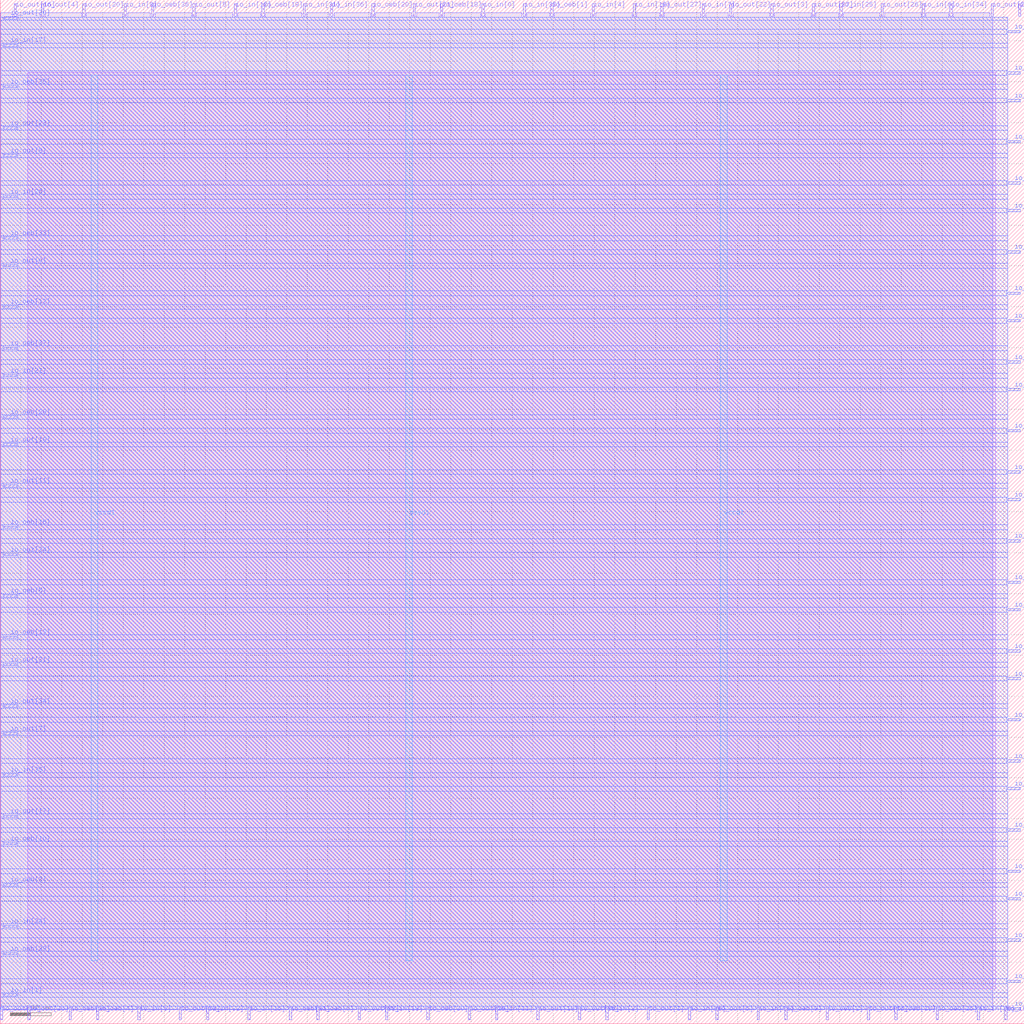
<source format=lef>
VERSION 5.7 ;
  NOWIREEXTENSIONATPIN ON ;
  DIVIDERCHAR "/" ;
  BUSBITCHARS "[]" ;
MACRO tiny_user_project
  CLASS BLOCK ;
  FOREIGN tiny_user_project ;
  ORIGIN 0.000 0.000 ;
  SIZE 250.000 BY 250.000 ;
  PIN io_in[0]
    DIRECTION INPUT ;
    USE SIGNAL ;
    PORT
      LAYER Metal2 ;
        RECT 117.600 246.000 118.160 249.000 ;
    END
  END io_in[0]
  PIN io_in[10]
    DIRECTION INPUT ;
    USE SIGNAL ;
    PORT
      LAYER Metal2 ;
        RECT 248.640 246.000 249.200 249.000 ;
    END
  END io_in[10]
  PIN io_in[11]
    DIRECTION INPUT ;
    USE SIGNAL ;
    PORT
      LAYER Metal2 ;
        RECT 120.960 1.000 121.520 4.000 ;
    END
  END io_in[11]
  PIN io_in[12]
    DIRECTION INPUT ;
    USE SIGNAL ;
    PORT
      LAYER Metal2 ;
        RECT 57.120 246.000 57.680 249.000 ;
    END
  END io_in[12]
  PIN io_in[13]
    DIRECTION INPUT ;
    USE SIGNAL ;
    PORT
      LAYER Metal2 ;
        RECT 245.280 1.000 245.840 4.000 ;
    END
  END io_in[13]
  PIN io_in[14]
    DIRECTION INPUT ;
    USE SIGNAL ;
    PORT
      LAYER Metal3 ;
        RECT 246.000 215.040 249.000 215.600 ;
    END
  END io_in[14]
  PIN io_in[15]
    DIRECTION INPUT ;
    USE SIGNAL ;
    PORT
      LAYER Metal2 ;
        RECT 184.800 1.000 185.360 4.000 ;
    END
  END io_in[15]
  PIN io_in[16]
    DIRECTION INPUT ;
    USE SIGNAL ;
    PORT
      LAYER Metal2 ;
        RECT 60.480 1.000 61.040 4.000 ;
    END
  END io_in[16]
  PIN io_in[17]
    DIRECTION INPUT ;
    USE SIGNAL ;
    PORT
      LAYER Metal3 ;
        RECT 1.000 238.560 4.000 239.120 ;
    END
  END io_in[17]
  PIN io_in[18]
    DIRECTION INPUT ;
    USE SIGNAL ;
    PORT
      LAYER Metal2 ;
        RECT 94.080 1.000 94.640 4.000 ;
    END
  END io_in[18]
  PIN io_in[19]
    DIRECTION INPUT ;
    USE SIGNAL ;
    PORT
      LAYER Metal2 ;
        RECT 154.560 246.000 155.120 249.000 ;
    END
  END io_in[19]
  PIN io_in[1]
    DIRECTION INPUT ;
    USE SIGNAL ;
    PORT
      LAYER Metal3 ;
        RECT 1.000 6.720 4.000 7.280 ;
    END
  END io_in[1]
  PIN io_in[20]
    DIRECTION INPUT ;
    USE SIGNAL ;
    PORT
      LAYER Metal2 ;
        RECT 168.000 1.000 168.560 4.000 ;
    END
  END io_in[20]
  PIN io_in[21]
    DIRECTION INPUT ;
    USE SIGNAL ;
    PORT
      LAYER Metal3 ;
        RECT 1.000 157.920 4.000 158.480 ;
    END
  END io_in[21]
  PIN io_in[22]
    DIRECTION INPUT ;
    USE SIGNAL ;
    PORT
      LAYER Metal3 ;
        RECT 246.000 100.800 249.000 101.360 ;
    END
  END io_in[22]
  PIN io_in[23]
    DIRECTION INPUT ;
    USE SIGNAL ;
    PORT
      LAYER Metal3 ;
        RECT 246.000 231.840 249.000 232.400 ;
    END
  END io_in[23]
  PIN io_in[24]
    DIRECTION INPUT ;
    USE SIGNAL ;
    PORT
      LAYER Metal3 ;
        RECT 1.000 23.520 4.000 24.080 ;
    END
  END io_in[24]
  PIN io_in[25]
    DIRECTION INPUT ;
    USE SIGNAL ;
    PORT
      LAYER Metal2 ;
        RECT 204.960 246.000 205.520 249.000 ;
    END
  END io_in[25]
  PIN io_in[26]
    DIRECTION INPUT ;
    USE SIGNAL ;
    PORT
      LAYER Metal3 ;
        RECT 1.000 201.600 4.000 202.160 ;
    END
  END io_in[26]
  PIN io_in[27]
    DIRECTION INPUT ;
    USE SIGNAL ;
    PORT
      LAYER Metal3 ;
        RECT 246.000 73.920 249.000 74.480 ;
    END
  END io_in[27]
  PIN io_in[28]
    DIRECTION INPUT ;
    USE SIGNAL ;
    PORT
      LAYER Metal3 ;
        RECT 246.000 204.960 249.000 205.520 ;
    END
  END io_in[28]
  PIN io_in[29]
    DIRECTION INPUT ;
    USE SIGNAL ;
    PORT
      LAYER Metal2 ;
        RECT 238.560 1.000 239.120 4.000 ;
    END
  END io_in[29]
  PIN io_in[2]
    DIRECTION INPUT ;
    USE SIGNAL ;
    PORT
      LAYER Metal2 ;
        RECT 147.840 1.000 148.400 4.000 ;
    END
  END io_in[2]
  PIN io_in[30]
    DIRECTION INPUT ;
    USE SIGNAL ;
    PORT
      LAYER Metal3 ;
        RECT 246.000 20.160 249.000 20.720 ;
    END
  END io_in[30]
  PIN io_in[31]
    DIRECTION INPUT ;
    USE SIGNAL ;
    PORT
      LAYER Metal2 ;
        RECT 73.920 246.000 74.480 249.000 ;
    END
  END io_in[31]
  PIN io_in[32]
    DIRECTION INPUT ;
    USE SIGNAL ;
    PORT
      LAYER Metal2 ;
        RECT 50.400 1.000 50.960 4.000 ;
    END
  END io_in[32]
  PIN io_in[33]
    DIRECTION INPUT ;
    USE SIGNAL ;
    PORT
      LAYER Metal2 ;
        RECT 127.680 246.000 128.240 249.000 ;
    END
  END io_in[33]
  PIN io_in[34]
    DIRECTION INPUT ;
    USE SIGNAL ;
    PORT
      LAYER Metal2 ;
        RECT 231.840 246.000 232.400 249.000 ;
    END
  END io_in[34]
  PIN io_in[35]
    DIRECTION INPUT ;
    USE SIGNAL ;
    PORT
      LAYER Metal3 ;
        RECT 1.000 60.480 4.000 61.040 ;
    END
  END io_in[35]
  PIN io_in[36]
    DIRECTION INPUT ;
    USE SIGNAL ;
    PORT
      LAYER Metal2 ;
        RECT 80.640 246.000 81.200 249.000 ;
    END
  END io_in[36]
  PIN io_in[37]
    DIRECTION INPUT ;
    USE SIGNAL ;
    PORT
      LAYER Metal3 ;
        RECT 246.000 225.120 249.000 225.680 ;
    END
  END io_in[37]
  PIN io_in[3]
    DIRECTION INPUT ;
    USE SIGNAL ;
    PORT
      LAYER Metal3 ;
        RECT 246.000 127.680 249.000 128.240 ;
    END
  END io_in[3]
  PIN io_in[4]
    DIRECTION INPUT ;
    USE SIGNAL ;
    PORT
      LAYER Metal2 ;
        RECT 144.480 246.000 145.040 249.000 ;
    END
  END io_in[4]
  PIN io_in[5]
    DIRECTION INPUT ;
    USE SIGNAL ;
    PORT
      LAYER Metal2 ;
        RECT 33.600 1.000 34.160 4.000 ;
    END
  END io_in[5]
  PIN io_in[6]
    DIRECTION INPUT ;
    USE SIGNAL ;
    PORT
      LAYER Metal2 ;
        RECT 225.120 246.000 225.680 249.000 ;
    END
  END io_in[6]
  PIN io_in[7]
    DIRECTION INPUT ;
    USE SIGNAL ;
    PORT
      LAYER Metal2 ;
        RECT 171.360 246.000 171.920 249.000 ;
    END
  END io_in[7]
  PIN io_in[8]
    DIRECTION INPUT ;
    USE SIGNAL ;
    PORT
      LAYER Metal2 ;
        RECT 30.240 246.000 30.800 249.000 ;
    END
  END io_in[8]
  PIN io_in[9]
    DIRECTION INPUT ;
    USE SIGNAL ;
    PORT
      LAYER Metal3 ;
        RECT 246.000 241.920 249.000 242.480 ;
    END
  END io_in[9]
  PIN io_oeb[0]
    DIRECTION OUTPUT TRISTATE ;
    USE SIGNAL ;
    PORT
      LAYER Metal2 ;
        RECT 77.280 1.000 77.840 4.000 ;
    END
  END io_oeb[0]
  PIN io_oeb[10]
    DIRECTION OUTPUT TRISTATE ;
    USE SIGNAL ;
    PORT
      LAYER Metal3 ;
        RECT 1.000 43.680 4.000 44.240 ;
    END
  END io_oeb[10]
  PIN io_oeb[11]
    DIRECTION OUTPUT TRISTATE ;
    USE SIGNAL ;
    PORT
      LAYER Metal3 ;
        RECT 246.000 171.360 249.000 171.920 ;
    END
  END io_oeb[11]
  PIN io_oeb[12]
    DIRECTION OUTPUT TRISTATE ;
    USE SIGNAL ;
    PORT
      LAYER Metal3 ;
        RECT 1.000 174.720 4.000 175.280 ;
    END
  END io_oeb[12]
  PIN io_oeb[13]
    DIRECTION OUTPUT TRISTATE ;
    USE SIGNAL ;
    PORT
      LAYER Metal3 ;
        RECT 1.000 94.080 4.000 94.640 ;
    END
  END io_oeb[13]
  PIN io_oeb[14]
    DIRECTION OUTPUT TRISTATE ;
    USE SIGNAL ;
    PORT
      LAYER Metal3 ;
        RECT 246.000 57.120 249.000 57.680 ;
    END
  END io_oeb[14]
  PIN io_oeb[15]
    DIRECTION OUTPUT TRISTATE ;
    USE SIGNAL ;
    PORT
      LAYER Metal2 ;
        RECT 218.400 1.000 218.960 4.000 ;
    END
  END io_oeb[15]
  PIN io_oeb[16]
    DIRECTION OUTPUT TRISTATE ;
    USE SIGNAL ;
    PORT
      LAYER Metal3 ;
        RECT 1.000 120.960 4.000 121.520 ;
    END
  END io_oeb[16]
  PIN io_oeb[17]
    DIRECTION OUTPUT TRISTATE ;
    USE SIGNAL ;
    PORT
      LAYER Metal3 ;
        RECT 246.000 134.400 249.000 134.960 ;
    END
  END io_oeb[17]
  PIN io_oeb[18]
    DIRECTION OUTPUT TRISTATE ;
    USE SIGNAL ;
    PORT
      LAYER Metal2 ;
        RECT 107.520 246.000 108.080 249.000 ;
    END
  END io_oeb[18]
  PIN io_oeb[19]
    DIRECTION OUTPUT TRISTATE ;
    USE SIGNAL ;
    PORT
      LAYER Metal2 ;
        RECT 63.840 246.000 64.400 249.000 ;
    END
  END io_oeb[19]
  PIN io_oeb[1]
    DIRECTION OUTPUT TRISTATE ;
    USE SIGNAL ;
    PORT
      LAYER Metal2 ;
        RECT 134.400 246.000 134.960 249.000 ;
    END
  END io_oeb[1]
  PIN io_oeb[20]
    DIRECTION OUTPUT TRISTATE ;
    USE SIGNAL ;
    PORT
      LAYER Metal2 ;
        RECT 90.720 246.000 91.280 249.000 ;
    END
  END io_oeb[20]
  PIN io_oeb[21]
    DIRECTION OUTPUT TRISTATE ;
    USE SIGNAL ;
    PORT
      LAYER Metal2 ;
        RECT 70.560 1.000 71.120 4.000 ;
    END
  END io_oeb[21]
  PIN io_oeb[22]
    DIRECTION OUTPUT TRISTATE ;
    USE SIGNAL ;
    PORT
      LAYER Metal3 ;
        RECT 246.000 63.840 249.000 64.400 ;
    END
  END io_oeb[22]
  PIN io_oeb[23]
    DIRECTION OUTPUT TRISTATE ;
    USE SIGNAL ;
    PORT
      LAYER Metal3 ;
        RECT 246.000 30.240 249.000 30.800 ;
    END
  END io_oeb[23]
  PIN io_oeb[24]
    DIRECTION OUTPUT TRISTATE ;
    USE SIGNAL ;
    PORT
      LAYER Metal3 ;
        RECT 246.000 161.280 249.000 161.840 ;
    END
  END io_oeb[24]
  PIN io_oeb[25]
    DIRECTION OUTPUT TRISTATE ;
    USE SIGNAL ;
    PORT
      LAYER Metal2 ;
        RECT 16.800 1.000 17.360 4.000 ;
    END
  END io_oeb[25]
  PIN io_oeb[26]
    DIRECTION OUTPUT TRISTATE ;
    USE SIGNAL ;
    PORT
      LAYER Metal2 ;
        RECT 228.480 1.000 229.040 4.000 ;
    END
  END io_oeb[26]
  PIN io_oeb[27]
    DIRECTION OUTPUT TRISTATE ;
    USE SIGNAL ;
    PORT
      LAYER Metal3 ;
        RECT 246.000 47.040 249.000 47.600 ;
    END
  END io_oeb[27]
  PIN io_oeb[28]
    DIRECTION OUTPUT TRISTATE ;
    USE SIGNAL ;
    PORT
      LAYER Metal3 ;
        RECT 1.000 147.840 4.000 148.400 ;
    END
  END io_oeb[28]
  PIN io_oeb[29]
    DIRECTION OUTPUT TRISTATE ;
    USE SIGNAL ;
    PORT
      LAYER Metal3 ;
        RECT 1.000 16.800 4.000 17.360 ;
    END
  END io_oeb[29]
  PIN io_oeb[2]
    DIRECTION OUTPUT TRISTATE ;
    USE SIGNAL ;
    PORT
      LAYER Metal2 ;
        RECT 201.600 1.000 202.160 4.000 ;
    END
  END io_oeb[2]
  PIN io_oeb[30]
    DIRECTION OUTPUT TRISTATE ;
    USE SIGNAL ;
    PORT
      LAYER Metal2 ;
        RECT 104.160 1.000 104.720 4.000 ;
    END
  END io_oeb[30]
  PIN io_oeb[31]
    DIRECTION OUTPUT TRISTATE ;
    USE SIGNAL ;
    PORT
      LAYER Metal3 ;
        RECT 246.000 84.000 249.000 84.560 ;
    END
  END io_oeb[31]
  PIN io_oeb[32]
    DIRECTION OUTPUT TRISTATE ;
    USE SIGNAL ;
    PORT
      LAYER Metal3 ;
        RECT 246.000 188.160 249.000 188.720 ;
    END
  END io_oeb[32]
  PIN io_oeb[33]
    DIRECTION OUTPUT TRISTATE ;
    USE SIGNAL ;
    PORT
      LAYER Metal3 ;
        RECT 1.000 191.520 4.000 192.080 ;
    END
  END io_oeb[33]
  PIN io_oeb[34]
    DIRECTION OUTPUT TRISTATE ;
    USE SIGNAL ;
    PORT
      LAYER Metal3 ;
        RECT 246.000 10.080 249.000 10.640 ;
    END
  END io_oeb[34]
  PIN io_oeb[35]
    DIRECTION OUTPUT TRISTATE ;
    USE SIGNAL ;
    PORT
      LAYER Metal3 ;
        RECT 1.000 228.480 4.000 229.040 ;
    END
  END io_oeb[35]
  PIN io_oeb[36]
    DIRECTION OUTPUT TRISTATE ;
    USE SIGNAL ;
    PORT
      LAYER Metal2 ;
        RECT 36.960 246.000 37.520 249.000 ;
    END
  END io_oeb[36]
  PIN io_oeb[37]
    DIRECTION OUTPUT TRISTATE ;
    USE SIGNAL ;
    PORT
      LAYER Metal3 ;
        RECT 1.000 164.640 4.000 165.200 ;
    END
  END io_oeb[37]
  PIN io_oeb[3]
    DIRECTION OUTPUT TRISTATE ;
    USE SIGNAL ;
    PORT
      LAYER Metal3 ;
        RECT 1.000 33.600 4.000 34.160 ;
    END
  END io_oeb[3]
  PIN io_oeb[4]
    DIRECTION OUTPUT TRISTATE ;
    USE SIGNAL ;
    PORT
      LAYER Metal2 ;
        RECT 23.520 1.000 24.080 4.000 ;
    END
  END io_oeb[4]
  PIN io_oeb[5]
    DIRECTION OUTPUT TRISTATE ;
    USE SIGNAL ;
    PORT
      LAYER Metal3 ;
        RECT 1.000 104.160 4.000 104.720 ;
    END
  END io_oeb[5]
  PIN io_oeb[6]
    DIRECTION OUTPUT TRISTATE ;
    USE SIGNAL ;
    PORT
      LAYER Metal3 ;
        RECT 246.000 3.360 249.000 3.920 ;
    END
  END io_oeb[6]
  PIN io_oeb[7]
    DIRECTION OUTPUT TRISTATE ;
    USE SIGNAL ;
    PORT
      LAYER Metal3 ;
        RECT 246.000 144.480 249.000 145.040 ;
    END
  END io_oeb[7]
  PIN io_oeb[8]
    DIRECTION OUTPUT TRISTATE ;
    USE SIGNAL ;
    PORT
      LAYER Metal3 ;
        RECT 246.000 90.720 249.000 91.280 ;
    END
  END io_oeb[8]
  PIN io_oeb[9]
    DIRECTION OUTPUT TRISTATE ;
    USE SIGNAL ;
    PORT
      LAYER Metal2 ;
        RECT 191.520 1.000 192.080 4.000 ;
    END
  END io_oeb[9]
  PIN io_out[0]
    DIRECTION OUTPUT TRISTATE ;
    USE SIGNAL ;
    PORT
      LAYER Metal3 ;
        RECT 1.000 184.800 4.000 185.360 ;
    END
  END io_out[0]
  PIN io_out[10]
    DIRECTION OUTPUT TRISTATE ;
    USE SIGNAL ;
    PORT
      LAYER Metal3 ;
        RECT 1.000 141.120 4.000 141.680 ;
    END
  END io_out[10]
  PIN io_out[11]
    DIRECTION OUTPUT TRISTATE ;
    USE SIGNAL ;
    PORT
      LAYER Metal3 ;
        RECT 1.000 131.040 4.000 131.600 ;
    END
  END io_out[11]
  PIN io_out[12]
    DIRECTION OUTPUT TRISTATE ;
    USE SIGNAL ;
    PORT
      LAYER Metal3 ;
        RECT 246.000 107.520 249.000 108.080 ;
    END
  END io_out[12]
  PIN io_out[13]
    DIRECTION OUTPUT TRISTATE ;
    USE SIGNAL ;
    PORT
      LAYER Metal3 ;
        RECT 246.000 178.080 249.000 178.640 ;
    END
  END io_out[13]
  PIN io_out[14]
    DIRECTION OUTPUT TRISTATE ;
    USE SIGNAL ;
    PORT
      LAYER Metal2 ;
        RECT 211.680 1.000 212.240 4.000 ;
    END
  END io_out[14]
  PIN io_out[15]
    DIRECTION OUTPUT TRISTATE ;
    USE SIGNAL ;
    PORT
      LAYER Metal3 ;
        RECT 246.000 198.240 249.000 198.800 ;
    END
  END io_out[15]
  PIN io_out[16]
    DIRECTION OUTPUT TRISTATE ;
    USE SIGNAL ;
    PORT
      LAYER Metal2 ;
        RECT 3.360 246.000 3.920 249.000 ;
    END
  END io_out[16]
  PIN io_out[17]
    DIRECTION OUTPUT TRISTATE ;
    USE SIGNAL ;
    PORT
      LAYER Metal3 ;
        RECT 1.000 50.400 4.000 50.960 ;
    END
  END io_out[17]
  PIN io_out[18]
    DIRECTION OUTPUT TRISTATE ;
    USE SIGNAL ;
    PORT
      LAYER Metal2 ;
        RECT 131.040 1.000 131.600 4.000 ;
    END
  END io_out[18]
  PIN io_out[19]
    DIRECTION OUTPUT TRISTATE ;
    USE SIGNAL ;
    PORT
      LAYER Metal2 ;
        RECT 0.000 1.000 0.560 4.000 ;
    END
  END io_out[19]
  PIN io_out[1]
    DIRECTION OUTPUT TRISTATE ;
    USE SIGNAL ;
    PORT
      LAYER Metal2 ;
        RECT 157.920 1.000 158.480 4.000 ;
    END
  END io_out[1]
  PIN io_out[20]
    DIRECTION OUTPUT TRISTATE ;
    USE SIGNAL ;
    PORT
      LAYER Metal2 ;
        RECT 20.160 246.000 20.720 249.000 ;
    END
  END io_out[20]
  PIN io_out[21]
    DIRECTION OUTPUT TRISTATE ;
    USE SIGNAL ;
    PORT
      LAYER Metal2 ;
        RECT 100.800 246.000 101.360 249.000 ;
    END
  END io_out[21]
  PIN io_out[22]
    DIRECTION OUTPUT TRISTATE ;
    USE SIGNAL ;
    PORT
      LAYER Metal2 ;
        RECT 178.080 246.000 178.640 249.000 ;
    END
  END io_out[22]
  PIN io_out[23]
    DIRECTION OUTPUT TRISTATE ;
    USE SIGNAL ;
    PORT
      LAYER Metal3 ;
        RECT 1.000 218.400 4.000 218.960 ;
    END
  END io_out[23]
  PIN io_out[24]
    DIRECTION OUTPUT TRISTATE ;
    USE SIGNAL ;
    PORT
      LAYER Metal3 ;
        RECT 1.000 114.240 4.000 114.800 ;
    END
  END io_out[24]
  PIN io_out[25]
    DIRECTION OUTPUT TRISTATE ;
    USE SIGNAL ;
    PORT
      LAYER Metal2 ;
        RECT 6.720 1.000 7.280 4.000 ;
    END
  END io_out[25]
  PIN io_out[26]
    DIRECTION OUTPUT TRISTATE ;
    USE SIGNAL ;
    PORT
      LAYER Metal2 ;
        RECT 215.040 246.000 215.600 249.000 ;
    END
  END io_out[26]
  PIN io_out[27]
    DIRECTION OUTPUT TRISTATE ;
    USE SIGNAL ;
    PORT
      LAYER Metal2 ;
        RECT 161.280 246.000 161.840 249.000 ;
    END
  END io_out[27]
  PIN io_out[28]
    DIRECTION OUTPUT TRISTATE ;
    USE SIGNAL ;
    PORT
      LAYER Metal2 ;
        RECT 114.240 1.000 114.800 4.000 ;
    END
  END io_out[28]
  PIN io_out[29]
    DIRECTION OUTPUT TRISTATE ;
    USE SIGNAL ;
    PORT
      LAYER Metal2 ;
        RECT 241.920 246.000 242.480 249.000 ;
    END
  END io_out[29]
  PIN io_out[2]
    DIRECTION OUTPUT TRISTATE ;
    USE SIGNAL ;
    PORT
      LAYER Metal3 ;
        RECT 246.000 36.960 249.000 37.520 ;
    END
  END io_out[2]
  PIN io_out[30]
    DIRECTION OUTPUT TRISTATE ;
    USE SIGNAL ;
    PORT
      LAYER Metal3 ;
        RECT 1.000 245.280 4.000 245.840 ;
    END
  END io_out[30]
  PIN io_out[31]
    DIRECTION OUTPUT TRISTATE ;
    USE SIGNAL ;
    PORT
      LAYER Metal3 ;
        RECT 1.000 87.360 4.000 87.920 ;
    END
  END io_out[31]
  PIN io_out[32]
    DIRECTION OUTPUT TRISTATE ;
    USE SIGNAL ;
    PORT
      LAYER Metal2 ;
        RECT 43.680 1.000 44.240 4.000 ;
    END
  END io_out[32]
  PIN io_out[33]
    DIRECTION OUTPUT TRISTATE ;
    USE SIGNAL ;
    PORT
      LAYER Metal2 ;
        RECT 87.360 1.000 87.920 4.000 ;
    END
  END io_out[33]
  PIN io_out[34]
    DIRECTION OUTPUT TRISTATE ;
    USE SIGNAL ;
    PORT
      LAYER Metal3 ;
        RECT 1.000 77.280 4.000 77.840 ;
    END
  END io_out[34]
  PIN io_out[35]
    DIRECTION OUTPUT TRISTATE ;
    USE SIGNAL ;
    PORT
      LAYER Metal3 ;
        RECT 246.000 154.560 249.000 155.120 ;
    END
  END io_out[35]
  PIN io_out[36]
    DIRECTION OUTPUT TRISTATE ;
    USE SIGNAL ;
    PORT
      LAYER Metal2 ;
        RECT 141.120 1.000 141.680 4.000 ;
    END
  END io_out[36]
  PIN io_out[37]
    DIRECTION OUTPUT TRISTATE ;
    USE SIGNAL ;
    PORT
      LAYER Metal2 ;
        RECT 198.240 246.000 198.800 249.000 ;
    END
  END io_out[37]
  PIN io_out[3]
    DIRECTION OUTPUT TRISTATE ;
    USE SIGNAL ;
    PORT
      LAYER Metal2 ;
        RECT 188.160 246.000 188.720 249.000 ;
    END
  END io_out[3]
  PIN io_out[4]
    DIRECTION OUTPUT TRISTATE ;
    USE SIGNAL ;
    PORT
      LAYER Metal2 ;
        RECT 10.080 246.000 10.640 249.000 ;
    END
  END io_out[4]
  PIN io_out[5]
    DIRECTION OUTPUT TRISTATE ;
    USE SIGNAL ;
    PORT
      LAYER Metal2 ;
        RECT 47.040 246.000 47.600 249.000 ;
    END
  END io_out[5]
  PIN io_out[6]
    DIRECTION OUTPUT TRISTATE ;
    USE SIGNAL ;
    PORT
      LAYER Metal2 ;
        RECT 174.720 1.000 175.280 4.000 ;
    END
  END io_out[6]
  PIN io_out[7]
    DIRECTION OUTPUT TRISTATE ;
    USE SIGNAL ;
    PORT
      LAYER Metal3 ;
        RECT 1.000 70.560 4.000 71.120 ;
    END
  END io_out[7]
  PIN io_out[8]
    DIRECTION OUTPUT TRISTATE ;
    USE SIGNAL ;
    PORT
      LAYER Metal3 ;
        RECT 1.000 211.680 4.000 212.240 ;
    END
  END io_out[8]
  PIN io_out[9]
    DIRECTION OUTPUT TRISTATE ;
    USE SIGNAL ;
    PORT
      LAYER Metal3 ;
        RECT 246.000 117.600 249.000 118.160 ;
    END
  END io_out[9]
  PIN vccd1
    DIRECTION INOUT ;
    USE POWER ;
    PORT
      LAYER Metal4 ;
        RECT 22.240 15.380 23.840 231.580 ;
    END
    PORT
      LAYER Metal4 ;
        RECT 175.840 15.380 177.440 231.580 ;
    END
  END vccd1
  PIN vssd1
    DIRECTION INOUT ;
    USE GROUND ;
    PORT
      LAYER Metal4 ;
        RECT 99.040 15.380 100.640 231.580 ;
    END
  END vssd1
  OBS
      LAYER Metal1 ;
        RECT 6.720 8.550 243.040 232.250 ;
      LAYER Metal2 ;
        RECT 0.140 245.700 3.060 246.820 ;
        RECT 4.220 245.700 9.780 246.820 ;
        RECT 10.940 245.700 19.860 246.820 ;
        RECT 21.020 245.700 29.940 246.820 ;
        RECT 31.100 245.700 36.660 246.820 ;
        RECT 37.820 245.700 46.740 246.820 ;
        RECT 47.900 245.700 56.820 246.820 ;
        RECT 57.980 245.700 63.540 246.820 ;
        RECT 64.700 245.700 73.620 246.820 ;
        RECT 74.780 245.700 80.340 246.820 ;
        RECT 81.500 245.700 90.420 246.820 ;
        RECT 91.580 245.700 100.500 246.820 ;
        RECT 101.660 245.700 107.220 246.820 ;
        RECT 108.380 245.700 117.300 246.820 ;
        RECT 118.460 245.700 127.380 246.820 ;
        RECT 128.540 245.700 134.100 246.820 ;
        RECT 135.260 245.700 144.180 246.820 ;
        RECT 145.340 245.700 154.260 246.820 ;
        RECT 155.420 245.700 160.980 246.820 ;
        RECT 162.140 245.700 171.060 246.820 ;
        RECT 172.220 245.700 177.780 246.820 ;
        RECT 178.940 245.700 187.860 246.820 ;
        RECT 189.020 245.700 197.940 246.820 ;
        RECT 199.100 245.700 204.660 246.820 ;
        RECT 205.820 245.700 214.740 246.820 ;
        RECT 215.900 245.700 224.820 246.820 ;
        RECT 225.980 245.700 231.540 246.820 ;
        RECT 232.700 245.700 241.620 246.820 ;
        RECT 0.140 4.300 242.340 245.700 ;
        RECT 0.860 3.450 6.420 4.300 ;
        RECT 7.580 3.450 16.500 4.300 ;
        RECT 17.660 3.450 23.220 4.300 ;
        RECT 24.380 3.450 33.300 4.300 ;
        RECT 34.460 3.450 43.380 4.300 ;
        RECT 44.540 3.450 50.100 4.300 ;
        RECT 51.260 3.450 60.180 4.300 ;
        RECT 61.340 3.450 70.260 4.300 ;
        RECT 71.420 3.450 76.980 4.300 ;
        RECT 78.140 3.450 87.060 4.300 ;
        RECT 88.220 3.450 93.780 4.300 ;
        RECT 94.940 3.450 103.860 4.300 ;
        RECT 105.020 3.450 113.940 4.300 ;
        RECT 115.100 3.450 120.660 4.300 ;
        RECT 121.820 3.450 130.740 4.300 ;
        RECT 131.900 3.450 140.820 4.300 ;
        RECT 141.980 3.450 147.540 4.300 ;
        RECT 148.700 3.450 157.620 4.300 ;
        RECT 158.780 3.450 167.700 4.300 ;
        RECT 168.860 3.450 174.420 4.300 ;
        RECT 175.580 3.450 184.500 4.300 ;
        RECT 185.660 3.450 191.220 4.300 ;
        RECT 192.380 3.450 201.300 4.300 ;
        RECT 202.460 3.450 211.380 4.300 ;
        RECT 212.540 3.450 218.100 4.300 ;
        RECT 219.260 3.450 228.180 4.300 ;
        RECT 229.340 3.450 238.260 4.300 ;
        RECT 239.420 3.450 242.340 4.300 ;
      LAYER Metal3 ;
        RECT 0.090 244.980 0.700 245.700 ;
        RECT 4.300 244.980 246.000 245.700 ;
        RECT 0.090 242.780 246.000 244.980 ;
        RECT 0.090 241.620 245.700 242.780 ;
        RECT 0.090 239.420 246.000 241.620 ;
        RECT 0.090 238.260 0.700 239.420 ;
        RECT 4.300 238.260 246.000 239.420 ;
        RECT 0.090 232.700 246.000 238.260 ;
        RECT 0.090 231.540 245.700 232.700 ;
        RECT 0.090 229.340 246.000 231.540 ;
        RECT 0.090 228.180 0.700 229.340 ;
        RECT 4.300 228.180 246.000 229.340 ;
        RECT 0.090 225.980 246.000 228.180 ;
        RECT 0.090 224.820 245.700 225.980 ;
        RECT 0.090 219.260 246.000 224.820 ;
        RECT 0.090 218.100 0.700 219.260 ;
        RECT 4.300 218.100 246.000 219.260 ;
        RECT 0.090 215.900 246.000 218.100 ;
        RECT 0.090 214.740 245.700 215.900 ;
        RECT 0.090 212.540 246.000 214.740 ;
        RECT 0.090 211.380 0.700 212.540 ;
        RECT 4.300 211.380 246.000 212.540 ;
        RECT 0.090 205.820 246.000 211.380 ;
        RECT 0.090 204.660 245.700 205.820 ;
        RECT 0.090 202.460 246.000 204.660 ;
        RECT 0.090 201.300 0.700 202.460 ;
        RECT 4.300 201.300 246.000 202.460 ;
        RECT 0.090 199.100 246.000 201.300 ;
        RECT 0.090 197.940 245.700 199.100 ;
        RECT 0.090 192.380 246.000 197.940 ;
        RECT 0.090 191.220 0.700 192.380 ;
        RECT 4.300 191.220 246.000 192.380 ;
        RECT 0.090 189.020 246.000 191.220 ;
        RECT 0.090 187.860 245.700 189.020 ;
        RECT 0.090 185.660 246.000 187.860 ;
        RECT 0.090 184.500 0.700 185.660 ;
        RECT 4.300 184.500 246.000 185.660 ;
        RECT 0.090 178.940 246.000 184.500 ;
        RECT 0.090 177.780 245.700 178.940 ;
        RECT 0.090 175.580 246.000 177.780 ;
        RECT 0.090 174.420 0.700 175.580 ;
        RECT 4.300 174.420 246.000 175.580 ;
        RECT 0.090 172.220 246.000 174.420 ;
        RECT 0.090 171.060 245.700 172.220 ;
        RECT 0.090 165.500 246.000 171.060 ;
        RECT 0.090 164.340 0.700 165.500 ;
        RECT 4.300 164.340 246.000 165.500 ;
        RECT 0.090 162.140 246.000 164.340 ;
        RECT 0.090 160.980 245.700 162.140 ;
        RECT 0.090 158.780 246.000 160.980 ;
        RECT 0.090 157.620 0.700 158.780 ;
        RECT 4.300 157.620 246.000 158.780 ;
        RECT 0.090 155.420 246.000 157.620 ;
        RECT 0.090 154.260 245.700 155.420 ;
        RECT 0.090 148.700 246.000 154.260 ;
        RECT 0.090 147.540 0.700 148.700 ;
        RECT 4.300 147.540 246.000 148.700 ;
        RECT 0.090 145.340 246.000 147.540 ;
        RECT 0.090 144.180 245.700 145.340 ;
        RECT 0.090 141.980 246.000 144.180 ;
        RECT 0.090 140.820 0.700 141.980 ;
        RECT 4.300 140.820 246.000 141.980 ;
        RECT 0.090 135.260 246.000 140.820 ;
        RECT 0.090 134.100 245.700 135.260 ;
        RECT 0.090 131.900 246.000 134.100 ;
        RECT 0.090 130.740 0.700 131.900 ;
        RECT 4.300 130.740 246.000 131.900 ;
        RECT 0.090 128.540 246.000 130.740 ;
        RECT 0.090 127.380 245.700 128.540 ;
        RECT 0.090 121.820 246.000 127.380 ;
        RECT 0.090 120.660 0.700 121.820 ;
        RECT 4.300 120.660 246.000 121.820 ;
        RECT 0.090 118.460 246.000 120.660 ;
        RECT 0.090 117.300 245.700 118.460 ;
        RECT 0.090 115.100 246.000 117.300 ;
        RECT 0.090 113.940 0.700 115.100 ;
        RECT 4.300 113.940 246.000 115.100 ;
        RECT 0.090 108.380 246.000 113.940 ;
        RECT 0.090 107.220 245.700 108.380 ;
        RECT 0.090 105.020 246.000 107.220 ;
        RECT 0.090 103.860 0.700 105.020 ;
        RECT 4.300 103.860 246.000 105.020 ;
        RECT 0.090 101.660 246.000 103.860 ;
        RECT 0.090 100.500 245.700 101.660 ;
        RECT 0.090 94.940 246.000 100.500 ;
        RECT 0.090 93.780 0.700 94.940 ;
        RECT 4.300 93.780 246.000 94.940 ;
        RECT 0.090 91.580 246.000 93.780 ;
        RECT 0.090 90.420 245.700 91.580 ;
        RECT 0.090 88.220 246.000 90.420 ;
        RECT 0.090 87.060 0.700 88.220 ;
        RECT 4.300 87.060 246.000 88.220 ;
        RECT 0.090 84.860 246.000 87.060 ;
        RECT 0.090 83.700 245.700 84.860 ;
        RECT 0.090 78.140 246.000 83.700 ;
        RECT 0.090 76.980 0.700 78.140 ;
        RECT 4.300 76.980 246.000 78.140 ;
        RECT 0.090 74.780 246.000 76.980 ;
        RECT 0.090 73.620 245.700 74.780 ;
        RECT 0.090 71.420 246.000 73.620 ;
        RECT 0.090 70.260 0.700 71.420 ;
        RECT 4.300 70.260 246.000 71.420 ;
        RECT 0.090 64.700 246.000 70.260 ;
        RECT 0.090 63.540 245.700 64.700 ;
        RECT 0.090 61.340 246.000 63.540 ;
        RECT 0.090 60.180 0.700 61.340 ;
        RECT 4.300 60.180 246.000 61.340 ;
        RECT 0.090 57.980 246.000 60.180 ;
        RECT 0.090 56.820 245.700 57.980 ;
        RECT 0.090 51.260 246.000 56.820 ;
        RECT 0.090 50.100 0.700 51.260 ;
        RECT 4.300 50.100 246.000 51.260 ;
        RECT 0.090 47.900 246.000 50.100 ;
        RECT 0.090 46.740 245.700 47.900 ;
        RECT 0.090 44.540 246.000 46.740 ;
        RECT 0.090 43.380 0.700 44.540 ;
        RECT 4.300 43.380 246.000 44.540 ;
        RECT 0.090 37.820 246.000 43.380 ;
        RECT 0.090 36.660 245.700 37.820 ;
        RECT 0.090 34.460 246.000 36.660 ;
        RECT 0.090 33.300 0.700 34.460 ;
        RECT 4.300 33.300 246.000 34.460 ;
        RECT 0.090 31.100 246.000 33.300 ;
        RECT 0.090 29.940 245.700 31.100 ;
        RECT 0.090 24.380 246.000 29.940 ;
        RECT 0.090 23.220 0.700 24.380 ;
        RECT 4.300 23.220 246.000 24.380 ;
        RECT 0.090 21.020 246.000 23.220 ;
        RECT 0.090 19.860 245.700 21.020 ;
        RECT 0.090 17.660 246.000 19.860 ;
        RECT 0.090 16.500 0.700 17.660 ;
        RECT 4.300 16.500 246.000 17.660 ;
        RECT 0.090 10.940 246.000 16.500 ;
        RECT 0.090 9.780 245.700 10.940 ;
        RECT 0.090 7.580 246.000 9.780 ;
        RECT 0.090 6.420 0.700 7.580 ;
        RECT 4.300 6.420 246.000 7.580 ;
        RECT 0.090 4.220 246.000 6.420 ;
        RECT 0.090 3.500 245.700 4.220 ;
  END
END tiny_user_project
END LIBRARY


</source>
